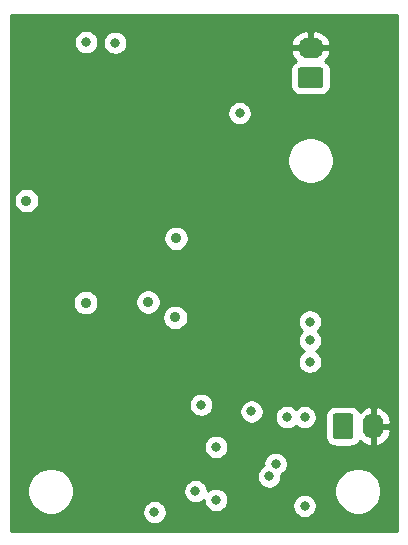
<source format=gbr>
%TF.GenerationSoftware,KiCad,Pcbnew,5.1.10-8.fc35*%
%TF.CreationDate,2021-11-18T10:19:23+00:00*%
%TF.ProjectId,cryosub_power_converter_top_v02,6372796f-7375-4625-9f70-6f7765725f63,rev?*%
%TF.SameCoordinates,Original*%
%TF.FileFunction,Copper,L2,Inr*%
%TF.FilePolarity,Positive*%
%FSLAX45Y45*%
G04 Gerber Fmt 4.5, Leading zero omitted, Abs format (unit mm)*
G04 Created by KiCad (PCBNEW 5.1.10-8.fc35) date 2021-11-18 10:19:23*
%MOMM*%
%LPD*%
G01*
G04 APERTURE LIST*
%TA.AperFunction,ComponentPad*%
%ADD10O,1.740000X2.190000*%
%TD*%
%TA.AperFunction,ComponentPad*%
%ADD11O,2.190000X1.740000*%
%TD*%
%TA.AperFunction,ViaPad*%
%ADD12C,0.800000*%
%TD*%
%TA.AperFunction,ViaPad*%
%ADD13C,0.900000*%
%TD*%
%TA.AperFunction,Conductor*%
%ADD14C,0.254000*%
%TD*%
%TA.AperFunction,Conductor*%
%ADD15C,0.100000*%
%TD*%
G04 APERTURE END LIST*
D10*
%TO.N,GND*%
%TO.C,J1*%
X13129000Y-13550000D03*
%TO.N,VDC*%
%TA.AperFunction,ComponentPad*%
G36*
G01*
X12788000Y-13634500D02*
X12788000Y-13465500D01*
G75*
G02*
X12813000Y-13440500I25000J0D01*
G01*
X12937000Y-13440500D01*
G75*
G02*
X12962000Y-13465500I0J-25000D01*
G01*
X12962000Y-13634500D01*
G75*
G02*
X12937000Y-13659500I-25000J0D01*
G01*
X12813000Y-13659500D01*
G75*
G02*
X12788000Y-13634500I0J25000D01*
G01*
G37*
%TD.AperFunction*%
%TD*%
D11*
%TO.N,GND*%
%TO.C,J3*%
X12600000Y-10346000D03*
%TO.N,/p5v_out*%
%TA.AperFunction,ComponentPad*%
G36*
G01*
X12684500Y-10687000D02*
X12515500Y-10687000D01*
G75*
G02*
X12490500Y-10662000I0J25000D01*
G01*
X12490500Y-10538000D01*
G75*
G02*
X12515500Y-10513000I25000J0D01*
G01*
X12684500Y-10513000D01*
G75*
G02*
X12709500Y-10538000I0J-25000D01*
G01*
X12709500Y-10662000D01*
G75*
G02*
X12684500Y-10687000I-25000J0D01*
G01*
G37*
%TD.AperFunction*%
%TD*%
D12*
%TO.N,GND*%
X12595000Y-12285000D03*
X12675000Y-12405000D03*
X12595000Y-12485000D03*
X13095259Y-12437500D03*
X13195000Y-12405000D03*
X13195000Y-12505000D03*
X10700000Y-11300000D03*
X10950000Y-11300000D03*
X11200000Y-11300000D03*
X12350000Y-13275000D03*
X12100000Y-13875000D03*
X12925000Y-11625000D03*
X13125000Y-11625000D03*
X12675000Y-11625000D03*
X13030000Y-12640000D03*
X13070000Y-12950000D03*
D13*
X10200000Y-13800000D03*
X10200000Y-12925000D03*
X10950000Y-12675000D03*
X12025000Y-13000000D03*
X12225000Y-12300000D03*
X10696000Y-11919000D03*
X10950000Y-11910000D03*
X11204000Y-11934000D03*
X11130000Y-12130000D03*
D12*
X11600000Y-13645000D03*
%TO.N,/On When Warm/VD1*%
X12400000Y-13475000D03*
%TO.N,/On When Warm/vs*%
X11800000Y-13725000D03*
X11800000Y-14175000D03*
%TO.N,/On When Warm/vg1*%
X12100000Y-13425000D03*
%TO.N,/thermistor*%
X12250000Y-13975000D03*
%TO.N,/On When Warm/vd2*%
X12305132Y-13870617D03*
%TO.N,VDC*%
X12595000Y-12665000D03*
X12595000Y-12825000D03*
X12595000Y-13005000D03*
X12000000Y-10900000D03*
X11278000Y-14278000D03*
X12550000Y-13475000D03*
X12550000Y-14225000D03*
X11625000Y-14100000D03*
X11674818Y-13368949D03*
%TO.N,/dc_dc/vout*%
X10946000Y-10304000D03*
X10700000Y-10300000D03*
D13*
%TO.N,Net-(PS1-Pad10)*%
X10195000Y-11640000D03*
%TO.N,Net-(PS1-Pad6)*%
X11460000Y-11960000D03*
%TO.N,Net-(C7-Pad1)*%
X10696000Y-12504000D03*
%TO.N,Net-(C8-Pad1)*%
X11225000Y-12500000D03*
X11455000Y-12630000D03*
%TD*%
D14*
%TO.N,GND*%
X13334000Y-14434000D02*
X10066000Y-14434000D01*
X10066000Y-14080449D01*
X10201500Y-14080449D01*
X10201500Y-14119550D01*
X10209128Y-14157900D01*
X10224092Y-14194025D01*
X10245815Y-14226536D01*
X10273464Y-14254185D01*
X10305975Y-14275908D01*
X10342100Y-14290872D01*
X10380450Y-14298500D01*
X10419551Y-14298500D01*
X10457900Y-14290872D01*
X10494025Y-14275908D01*
X10506151Y-14267806D01*
X11174500Y-14267806D01*
X11174500Y-14288194D01*
X11178477Y-14308190D01*
X11186279Y-14327026D01*
X11197606Y-14343977D01*
X11212023Y-14358394D01*
X11228974Y-14369720D01*
X11247810Y-14377523D01*
X11267806Y-14381500D01*
X11288194Y-14381500D01*
X11308190Y-14377523D01*
X11327026Y-14369720D01*
X11343977Y-14358394D01*
X11358394Y-14343977D01*
X11369720Y-14327026D01*
X11377523Y-14308190D01*
X11381500Y-14288194D01*
X11381500Y-14267806D01*
X11377523Y-14247810D01*
X11369720Y-14228974D01*
X11358394Y-14212023D01*
X11343977Y-14197606D01*
X11327026Y-14186279D01*
X11308190Y-14178477D01*
X11288194Y-14174500D01*
X11267806Y-14174500D01*
X11247810Y-14178477D01*
X11228974Y-14186279D01*
X11212023Y-14197606D01*
X11197606Y-14212023D01*
X11186279Y-14228974D01*
X11178477Y-14247810D01*
X11174500Y-14267806D01*
X10506151Y-14267806D01*
X10526536Y-14254185D01*
X10554185Y-14226536D01*
X10575909Y-14194025D01*
X10590872Y-14157900D01*
X10598500Y-14119550D01*
X10598500Y-14089806D01*
X11521500Y-14089806D01*
X11521500Y-14110194D01*
X11525477Y-14130190D01*
X11533279Y-14149026D01*
X11544606Y-14165977D01*
X11559023Y-14180394D01*
X11575974Y-14191720D01*
X11594810Y-14199523D01*
X11614806Y-14203500D01*
X11635194Y-14203500D01*
X11655190Y-14199523D01*
X11674026Y-14191720D01*
X11690977Y-14180394D01*
X11696500Y-14174871D01*
X11696500Y-14185194D01*
X11700477Y-14205190D01*
X11708279Y-14224026D01*
X11719606Y-14240977D01*
X11734023Y-14255394D01*
X11750974Y-14266720D01*
X11769810Y-14274523D01*
X11789806Y-14278500D01*
X11810194Y-14278500D01*
X11830190Y-14274523D01*
X11849026Y-14266720D01*
X11865977Y-14255394D01*
X11880394Y-14240977D01*
X11891720Y-14224026D01*
X11895539Y-14214806D01*
X12446500Y-14214806D01*
X12446500Y-14235194D01*
X12450477Y-14255190D01*
X12458279Y-14274026D01*
X12469606Y-14290977D01*
X12484023Y-14305394D01*
X12500974Y-14316720D01*
X12519810Y-14324523D01*
X12539806Y-14328500D01*
X12560194Y-14328500D01*
X12580190Y-14324523D01*
X12599026Y-14316720D01*
X12615977Y-14305394D01*
X12630394Y-14290977D01*
X12641720Y-14274026D01*
X12649523Y-14255190D01*
X12653500Y-14235194D01*
X12653500Y-14214806D01*
X12649523Y-14194810D01*
X12641720Y-14175974D01*
X12630394Y-14159023D01*
X12615977Y-14144606D01*
X12599026Y-14133279D01*
X12580190Y-14125477D01*
X12560194Y-14121500D01*
X12539806Y-14121500D01*
X12519810Y-14125477D01*
X12500974Y-14133279D01*
X12484023Y-14144606D01*
X12469606Y-14159023D01*
X12458279Y-14175974D01*
X12450477Y-14194810D01*
X12446500Y-14214806D01*
X11895539Y-14214806D01*
X11899523Y-14205190D01*
X11903500Y-14185194D01*
X11903500Y-14164806D01*
X11899523Y-14144810D01*
X11891720Y-14125974D01*
X11880394Y-14109023D01*
X11865977Y-14094606D01*
X11849026Y-14083279D01*
X11842193Y-14080449D01*
X12801500Y-14080449D01*
X12801500Y-14119550D01*
X12809128Y-14157900D01*
X12824091Y-14194025D01*
X12845815Y-14226536D01*
X12873464Y-14254185D01*
X12905975Y-14275908D01*
X12942100Y-14290872D01*
X12980449Y-14298500D01*
X13019550Y-14298500D01*
X13057900Y-14290872D01*
X13094025Y-14275908D01*
X13126536Y-14254185D01*
X13154185Y-14226536D01*
X13175908Y-14194025D01*
X13190872Y-14157900D01*
X13198500Y-14119550D01*
X13198500Y-14080449D01*
X13190872Y-14042100D01*
X13175908Y-14005975D01*
X13154185Y-13973464D01*
X13126536Y-13945815D01*
X13094025Y-13924091D01*
X13057900Y-13909128D01*
X13019550Y-13901500D01*
X12980449Y-13901500D01*
X12942100Y-13909128D01*
X12905975Y-13924091D01*
X12873464Y-13945815D01*
X12845815Y-13973464D01*
X12824091Y-14005975D01*
X12809128Y-14042100D01*
X12801500Y-14080449D01*
X11842193Y-14080449D01*
X11830190Y-14075477D01*
X11810194Y-14071500D01*
X11789806Y-14071500D01*
X11769810Y-14075477D01*
X11750974Y-14083279D01*
X11734023Y-14094606D01*
X11728500Y-14100129D01*
X11728500Y-14089806D01*
X11724523Y-14069810D01*
X11716720Y-14050974D01*
X11705394Y-14034023D01*
X11690977Y-14019606D01*
X11674026Y-14008279D01*
X11655190Y-14000477D01*
X11635194Y-13996500D01*
X11614806Y-13996500D01*
X11594810Y-14000477D01*
X11575974Y-14008279D01*
X11559023Y-14019606D01*
X11544606Y-14034023D01*
X11533279Y-14050974D01*
X11525477Y-14069810D01*
X11521500Y-14089806D01*
X10598500Y-14089806D01*
X10598500Y-14080449D01*
X10590872Y-14042100D01*
X10575909Y-14005975D01*
X10554185Y-13973464D01*
X10545528Y-13964806D01*
X12146500Y-13964806D01*
X12146500Y-13985194D01*
X12150477Y-14005190D01*
X12158279Y-14024026D01*
X12169606Y-14040977D01*
X12184023Y-14055394D01*
X12200974Y-14066720D01*
X12219810Y-14074523D01*
X12239806Y-14078500D01*
X12260194Y-14078500D01*
X12280190Y-14074523D01*
X12299026Y-14066720D01*
X12315977Y-14055394D01*
X12330394Y-14040977D01*
X12341720Y-14024026D01*
X12349523Y-14005190D01*
X12353500Y-13985194D01*
X12353500Y-13964806D01*
X12353096Y-13962777D01*
X12354157Y-13962338D01*
X12371109Y-13951011D01*
X12385525Y-13936595D01*
X12396852Y-13919643D01*
X12404654Y-13900807D01*
X12408632Y-13880811D01*
X12408632Y-13860424D01*
X12404654Y-13840428D01*
X12396852Y-13821592D01*
X12385525Y-13804640D01*
X12371109Y-13790224D01*
X12354157Y-13778897D01*
X12335322Y-13771095D01*
X12315326Y-13767117D01*
X12294938Y-13767117D01*
X12274942Y-13771095D01*
X12256106Y-13778897D01*
X12239154Y-13790224D01*
X12224738Y-13804640D01*
X12213411Y-13821592D01*
X12205609Y-13840428D01*
X12201632Y-13860424D01*
X12201632Y-13880811D01*
X12202035Y-13882840D01*
X12200974Y-13883279D01*
X12184023Y-13894606D01*
X12169606Y-13909023D01*
X12158279Y-13925974D01*
X12150477Y-13944810D01*
X12146500Y-13964806D01*
X10545528Y-13964806D01*
X10526536Y-13945815D01*
X10494025Y-13924091D01*
X10457900Y-13909128D01*
X10419551Y-13901500D01*
X10380450Y-13901500D01*
X10342100Y-13909128D01*
X10305975Y-13924091D01*
X10273464Y-13945815D01*
X10245815Y-13973464D01*
X10224092Y-14005975D01*
X10209128Y-14042100D01*
X10201500Y-14080449D01*
X10066000Y-14080449D01*
X10066000Y-13714806D01*
X11696500Y-13714806D01*
X11696500Y-13735194D01*
X11700477Y-13755190D01*
X11708279Y-13774026D01*
X11719606Y-13790977D01*
X11734023Y-13805394D01*
X11750974Y-13816720D01*
X11769810Y-13824523D01*
X11789806Y-13828500D01*
X11810194Y-13828500D01*
X11830190Y-13824523D01*
X11849026Y-13816720D01*
X11865977Y-13805394D01*
X11880394Y-13790977D01*
X11891720Y-13774026D01*
X11899523Y-13755190D01*
X11903500Y-13735194D01*
X11903500Y-13714806D01*
X11899523Y-13694810D01*
X11891720Y-13675974D01*
X11880394Y-13659023D01*
X11865977Y-13644606D01*
X11849026Y-13633279D01*
X11830190Y-13625477D01*
X11810194Y-13621500D01*
X11789806Y-13621500D01*
X11769810Y-13625477D01*
X11750974Y-13633279D01*
X11734023Y-13644606D01*
X11719606Y-13659023D01*
X11708279Y-13675974D01*
X11700477Y-13694810D01*
X11696500Y-13714806D01*
X10066000Y-13714806D01*
X10066000Y-13358755D01*
X11571318Y-13358755D01*
X11571318Y-13379143D01*
X11575295Y-13399138D01*
X11583097Y-13417974D01*
X11594424Y-13434926D01*
X11608840Y-13449342D01*
X11625792Y-13460669D01*
X11644628Y-13468471D01*
X11664624Y-13472449D01*
X11685012Y-13472449D01*
X11705008Y-13468471D01*
X11723843Y-13460669D01*
X11740795Y-13449342D01*
X11755212Y-13434926D01*
X11766538Y-13417974D01*
X11767851Y-13414806D01*
X11996500Y-13414806D01*
X11996500Y-13435194D01*
X12000477Y-13455190D01*
X12008279Y-13474026D01*
X12019606Y-13490977D01*
X12034023Y-13505394D01*
X12050974Y-13516720D01*
X12069810Y-13524523D01*
X12089806Y-13528500D01*
X12110194Y-13528500D01*
X12130190Y-13524523D01*
X12149026Y-13516720D01*
X12165977Y-13505394D01*
X12180394Y-13490977D01*
X12191720Y-13474026D01*
X12195539Y-13464806D01*
X12296500Y-13464806D01*
X12296500Y-13485194D01*
X12300477Y-13505190D01*
X12308279Y-13524026D01*
X12319606Y-13540977D01*
X12334023Y-13555394D01*
X12350974Y-13566720D01*
X12369810Y-13574523D01*
X12389806Y-13578500D01*
X12410194Y-13578500D01*
X12430190Y-13574523D01*
X12449026Y-13566720D01*
X12465977Y-13555394D01*
X12475000Y-13546371D01*
X12484023Y-13555394D01*
X12500974Y-13566720D01*
X12519810Y-13574523D01*
X12539806Y-13578500D01*
X12560194Y-13578500D01*
X12580190Y-13574523D01*
X12599026Y-13566720D01*
X12615977Y-13555394D01*
X12630394Y-13540977D01*
X12641720Y-13524026D01*
X12649523Y-13505190D01*
X12653500Y-13485194D01*
X12653500Y-13465500D01*
X12724193Y-13465500D01*
X12724193Y-13634500D01*
X12725899Y-13651825D01*
X12730953Y-13668485D01*
X12739159Y-13683839D01*
X12750204Y-13697296D01*
X12763661Y-13708340D01*
X12779015Y-13716547D01*
X12795674Y-13721601D01*
X12813000Y-13723307D01*
X12937000Y-13723307D01*
X12954325Y-13721601D01*
X12970985Y-13716547D01*
X12986339Y-13708340D01*
X12999796Y-13697296D01*
X13010840Y-13683839D01*
X13016665Y-13672941D01*
X13032367Y-13688831D01*
X13056919Y-13705447D01*
X13084241Y-13716955D01*
X13092997Y-13718630D01*
X13116300Y-13706525D01*
X13116300Y-13562700D01*
X13141700Y-13562700D01*
X13141700Y-13706525D01*
X13165003Y-13718630D01*
X13173759Y-13716955D01*
X13201081Y-13705447D01*
X13225633Y-13688831D01*
X13246471Y-13667743D01*
X13262795Y-13642996D01*
X13273977Y-13615539D01*
X13279588Y-13586429D01*
X13264038Y-13562700D01*
X13141700Y-13562700D01*
X13116300Y-13562700D01*
X13114300Y-13562700D01*
X13114300Y-13537300D01*
X13116300Y-13537300D01*
X13116300Y-13393475D01*
X13141700Y-13393475D01*
X13141700Y-13537300D01*
X13264038Y-13537300D01*
X13279588Y-13513571D01*
X13273977Y-13484461D01*
X13262795Y-13457004D01*
X13246471Y-13432257D01*
X13225633Y-13411169D01*
X13201081Y-13394553D01*
X13173759Y-13383045D01*
X13165003Y-13381370D01*
X13141700Y-13393475D01*
X13116300Y-13393475D01*
X13092997Y-13381370D01*
X13084241Y-13383045D01*
X13056919Y-13394553D01*
X13032367Y-13411169D01*
X13016665Y-13427059D01*
X13010840Y-13416161D01*
X12999796Y-13402704D01*
X12986339Y-13391659D01*
X12970985Y-13383453D01*
X12954325Y-13378399D01*
X12937000Y-13376693D01*
X12813000Y-13376693D01*
X12795674Y-13378399D01*
X12779015Y-13383453D01*
X12763661Y-13391659D01*
X12750204Y-13402704D01*
X12739159Y-13416161D01*
X12730953Y-13431515D01*
X12725899Y-13448174D01*
X12724193Y-13465500D01*
X12653500Y-13465500D01*
X12653500Y-13464806D01*
X12649523Y-13444810D01*
X12641720Y-13425974D01*
X12630394Y-13409023D01*
X12615977Y-13394606D01*
X12599026Y-13383279D01*
X12580190Y-13375477D01*
X12560194Y-13371500D01*
X12539806Y-13371500D01*
X12519810Y-13375477D01*
X12500974Y-13383279D01*
X12484023Y-13394606D01*
X12475000Y-13403629D01*
X12465977Y-13394606D01*
X12449026Y-13383279D01*
X12430190Y-13375477D01*
X12410194Y-13371500D01*
X12389806Y-13371500D01*
X12369810Y-13375477D01*
X12350974Y-13383279D01*
X12334023Y-13394606D01*
X12319606Y-13409023D01*
X12308279Y-13425974D01*
X12300477Y-13444810D01*
X12296500Y-13464806D01*
X12195539Y-13464806D01*
X12199523Y-13455190D01*
X12203500Y-13435194D01*
X12203500Y-13414806D01*
X12199523Y-13394810D01*
X12191720Y-13375974D01*
X12180394Y-13359023D01*
X12165977Y-13344606D01*
X12149026Y-13333279D01*
X12130190Y-13325477D01*
X12110194Y-13321500D01*
X12089806Y-13321500D01*
X12069810Y-13325477D01*
X12050974Y-13333279D01*
X12034023Y-13344606D01*
X12019606Y-13359023D01*
X12008279Y-13375974D01*
X12000477Y-13394810D01*
X11996500Y-13414806D01*
X11767851Y-13414806D01*
X11774340Y-13399138D01*
X11778318Y-13379143D01*
X11778318Y-13358755D01*
X11774340Y-13338759D01*
X11766538Y-13319923D01*
X11755212Y-13302971D01*
X11740795Y-13288555D01*
X11723843Y-13277228D01*
X11705008Y-13269426D01*
X11685012Y-13265449D01*
X11664624Y-13265449D01*
X11644628Y-13269426D01*
X11625792Y-13277228D01*
X11608840Y-13288555D01*
X11594424Y-13302971D01*
X11583097Y-13319923D01*
X11575295Y-13338759D01*
X11571318Y-13358755D01*
X10066000Y-13358755D01*
X10066000Y-12619314D01*
X11346500Y-12619314D01*
X11346500Y-12640686D01*
X11350670Y-12661648D01*
X11358848Y-12681394D01*
X11370722Y-12699165D01*
X11385835Y-12714277D01*
X11403606Y-12726151D01*
X11423352Y-12734330D01*
X11444314Y-12738500D01*
X11465686Y-12738500D01*
X11486648Y-12734330D01*
X11506394Y-12726151D01*
X11524165Y-12714277D01*
X11539277Y-12699165D01*
X11551151Y-12681394D01*
X11559330Y-12661648D01*
X11560691Y-12654806D01*
X12491500Y-12654806D01*
X12491500Y-12675194D01*
X12495477Y-12695190D01*
X12503279Y-12714026D01*
X12514606Y-12730977D01*
X12528629Y-12745000D01*
X12514606Y-12759023D01*
X12503279Y-12775974D01*
X12495477Y-12794810D01*
X12491500Y-12814806D01*
X12491500Y-12835194D01*
X12495477Y-12855190D01*
X12503279Y-12874026D01*
X12514606Y-12890977D01*
X12529023Y-12905394D01*
X12543399Y-12915000D01*
X12529023Y-12924606D01*
X12514606Y-12939023D01*
X12503279Y-12955974D01*
X12495477Y-12974810D01*
X12491500Y-12994806D01*
X12491500Y-13015194D01*
X12495477Y-13035190D01*
X12503279Y-13054026D01*
X12514606Y-13070977D01*
X12529023Y-13085394D01*
X12545974Y-13096720D01*
X12564810Y-13104523D01*
X12584806Y-13108500D01*
X12605194Y-13108500D01*
X12625190Y-13104523D01*
X12644026Y-13096720D01*
X12660977Y-13085394D01*
X12675394Y-13070977D01*
X12686720Y-13054026D01*
X12694523Y-13035190D01*
X12698500Y-13015194D01*
X12698500Y-12994806D01*
X12694523Y-12974810D01*
X12686720Y-12955974D01*
X12675394Y-12939023D01*
X12660977Y-12924606D01*
X12646600Y-12915000D01*
X12660977Y-12905394D01*
X12675394Y-12890977D01*
X12686720Y-12874026D01*
X12694523Y-12855190D01*
X12698500Y-12835194D01*
X12698500Y-12814806D01*
X12694523Y-12794810D01*
X12686720Y-12775974D01*
X12675394Y-12759023D01*
X12661371Y-12745000D01*
X12675394Y-12730977D01*
X12686720Y-12714026D01*
X12694523Y-12695190D01*
X12698500Y-12675194D01*
X12698500Y-12654806D01*
X12694523Y-12634810D01*
X12686720Y-12615974D01*
X12675394Y-12599023D01*
X12660977Y-12584606D01*
X12644026Y-12573279D01*
X12625190Y-12565477D01*
X12605194Y-12561500D01*
X12584806Y-12561500D01*
X12564810Y-12565477D01*
X12545974Y-12573279D01*
X12529023Y-12584606D01*
X12514606Y-12599023D01*
X12503279Y-12615974D01*
X12495477Y-12634810D01*
X12491500Y-12654806D01*
X11560691Y-12654806D01*
X11563500Y-12640686D01*
X11563500Y-12619314D01*
X11559330Y-12598352D01*
X11551151Y-12578606D01*
X11539277Y-12560835D01*
X11524165Y-12545722D01*
X11506394Y-12533848D01*
X11486648Y-12525670D01*
X11465686Y-12521500D01*
X11444314Y-12521500D01*
X11423352Y-12525670D01*
X11403606Y-12533848D01*
X11385835Y-12545722D01*
X11370722Y-12560835D01*
X11358848Y-12578606D01*
X11350670Y-12598352D01*
X11346500Y-12619314D01*
X10066000Y-12619314D01*
X10066000Y-12493314D01*
X10587500Y-12493314D01*
X10587500Y-12514686D01*
X10591670Y-12535648D01*
X10599849Y-12555394D01*
X10611723Y-12573165D01*
X10626835Y-12588277D01*
X10644606Y-12600151D01*
X10664352Y-12608330D01*
X10685314Y-12612500D01*
X10706686Y-12612500D01*
X10727648Y-12608330D01*
X10747394Y-12600151D01*
X10765165Y-12588277D01*
X10780278Y-12573165D01*
X10792152Y-12555394D01*
X10800330Y-12535648D01*
X10804500Y-12514686D01*
X10804500Y-12493314D01*
X10803704Y-12489314D01*
X11116500Y-12489314D01*
X11116500Y-12510686D01*
X11120670Y-12531648D01*
X11128849Y-12551394D01*
X11140723Y-12569165D01*
X11155835Y-12584277D01*
X11173606Y-12596151D01*
X11193352Y-12604330D01*
X11214314Y-12608500D01*
X11235686Y-12608500D01*
X11256648Y-12604330D01*
X11276394Y-12596151D01*
X11294165Y-12584277D01*
X11309277Y-12569165D01*
X11321151Y-12551394D01*
X11329330Y-12531648D01*
X11333500Y-12510686D01*
X11333500Y-12489314D01*
X11329330Y-12468352D01*
X11321151Y-12448606D01*
X11309277Y-12430835D01*
X11294165Y-12415722D01*
X11276394Y-12403848D01*
X11256648Y-12395670D01*
X11235686Y-12391500D01*
X11214314Y-12391500D01*
X11193352Y-12395670D01*
X11173606Y-12403848D01*
X11155835Y-12415722D01*
X11140723Y-12430835D01*
X11128849Y-12448606D01*
X11120670Y-12468352D01*
X11116500Y-12489314D01*
X10803704Y-12489314D01*
X10800330Y-12472352D01*
X10792152Y-12452606D01*
X10780278Y-12434835D01*
X10765165Y-12419722D01*
X10747394Y-12407848D01*
X10727648Y-12399670D01*
X10706686Y-12395500D01*
X10685314Y-12395500D01*
X10664352Y-12399670D01*
X10644606Y-12407848D01*
X10626835Y-12419722D01*
X10611723Y-12434835D01*
X10599849Y-12452606D01*
X10591670Y-12472352D01*
X10587500Y-12493314D01*
X10066000Y-12493314D01*
X10066000Y-11949314D01*
X11351500Y-11949314D01*
X11351500Y-11970686D01*
X11355670Y-11991648D01*
X11363848Y-12011394D01*
X11375722Y-12029165D01*
X11390835Y-12044277D01*
X11408606Y-12056151D01*
X11428352Y-12064330D01*
X11449314Y-12068500D01*
X11470686Y-12068500D01*
X11491648Y-12064330D01*
X11511394Y-12056151D01*
X11529165Y-12044277D01*
X11544277Y-12029165D01*
X11556151Y-12011394D01*
X11564330Y-11991648D01*
X11568500Y-11970686D01*
X11568500Y-11949314D01*
X11564330Y-11928352D01*
X11556151Y-11908606D01*
X11544277Y-11890835D01*
X11529165Y-11875722D01*
X11511394Y-11863848D01*
X11491648Y-11855670D01*
X11470686Y-11851500D01*
X11449314Y-11851500D01*
X11428352Y-11855670D01*
X11408606Y-11863848D01*
X11390835Y-11875722D01*
X11375722Y-11890835D01*
X11363848Y-11908606D01*
X11355670Y-11928352D01*
X11351500Y-11949314D01*
X10066000Y-11949314D01*
X10066000Y-11629314D01*
X10086500Y-11629314D01*
X10086500Y-11650686D01*
X10090670Y-11671648D01*
X10098849Y-11691394D01*
X10110723Y-11709165D01*
X10125835Y-11724277D01*
X10143606Y-11736151D01*
X10163352Y-11744330D01*
X10184314Y-11748500D01*
X10205686Y-11748500D01*
X10226648Y-11744330D01*
X10246394Y-11736151D01*
X10264165Y-11724277D01*
X10279278Y-11709165D01*
X10291152Y-11691394D01*
X10299330Y-11671648D01*
X10303500Y-11650686D01*
X10303500Y-11629314D01*
X10299330Y-11608352D01*
X10291152Y-11588606D01*
X10279278Y-11570835D01*
X10264165Y-11555722D01*
X10246394Y-11543848D01*
X10226648Y-11535670D01*
X10205686Y-11531500D01*
X10184314Y-11531500D01*
X10163352Y-11535670D01*
X10143606Y-11543848D01*
X10125835Y-11555722D01*
X10110723Y-11570835D01*
X10098849Y-11588606D01*
X10090670Y-11608352D01*
X10086500Y-11629314D01*
X10066000Y-11629314D01*
X10066000Y-11280449D01*
X12401500Y-11280449D01*
X12401500Y-11319550D01*
X12409128Y-11357900D01*
X12424091Y-11394025D01*
X12445815Y-11426536D01*
X12473464Y-11454185D01*
X12505975Y-11475908D01*
X12542100Y-11490872D01*
X12580449Y-11498500D01*
X12619550Y-11498500D01*
X12657900Y-11490872D01*
X12694025Y-11475908D01*
X12726536Y-11454185D01*
X12754185Y-11426536D01*
X12775908Y-11394025D01*
X12790872Y-11357900D01*
X12798500Y-11319550D01*
X12798500Y-11280449D01*
X12790872Y-11242100D01*
X12775908Y-11205975D01*
X12754185Y-11173464D01*
X12726536Y-11145815D01*
X12694025Y-11124092D01*
X12657900Y-11109128D01*
X12619550Y-11101500D01*
X12580449Y-11101500D01*
X12542100Y-11109128D01*
X12505975Y-11124092D01*
X12473464Y-11145815D01*
X12445815Y-11173464D01*
X12424091Y-11205975D01*
X12409128Y-11242100D01*
X12401500Y-11280449D01*
X10066000Y-11280449D01*
X10066000Y-10889806D01*
X11896500Y-10889806D01*
X11896500Y-10910194D01*
X11900477Y-10930190D01*
X11908279Y-10949026D01*
X11919606Y-10965977D01*
X11934023Y-10980394D01*
X11950974Y-10991721D01*
X11969810Y-10999523D01*
X11989806Y-11003500D01*
X12010194Y-11003500D01*
X12030190Y-10999523D01*
X12049026Y-10991721D01*
X12065977Y-10980394D01*
X12080394Y-10965977D01*
X12091720Y-10949026D01*
X12099523Y-10930190D01*
X12103500Y-10910194D01*
X12103500Y-10889806D01*
X12099523Y-10869810D01*
X12091720Y-10850974D01*
X12080394Y-10834023D01*
X12065977Y-10819606D01*
X12049026Y-10808280D01*
X12030190Y-10800477D01*
X12010194Y-10796500D01*
X11989806Y-10796500D01*
X11969810Y-10800477D01*
X11950974Y-10808280D01*
X11934023Y-10819606D01*
X11919606Y-10834023D01*
X11908279Y-10850974D01*
X11900477Y-10869810D01*
X11896500Y-10889806D01*
X10066000Y-10889806D01*
X10066000Y-10538000D01*
X12426693Y-10538000D01*
X12426693Y-10662000D01*
X12428399Y-10679326D01*
X12433453Y-10695985D01*
X12441659Y-10711339D01*
X12452704Y-10724796D01*
X12466161Y-10735841D01*
X12481515Y-10744047D01*
X12498174Y-10749101D01*
X12515500Y-10750807D01*
X12684500Y-10750807D01*
X12701825Y-10749101D01*
X12718485Y-10744047D01*
X12733839Y-10735841D01*
X12747296Y-10724796D01*
X12758340Y-10711339D01*
X12766547Y-10695985D01*
X12771601Y-10679326D01*
X12773307Y-10662000D01*
X12773307Y-10538000D01*
X12771601Y-10520675D01*
X12766547Y-10504015D01*
X12758340Y-10488661D01*
X12747296Y-10475204D01*
X12733839Y-10464160D01*
X12722941Y-10458335D01*
X12738831Y-10442633D01*
X12755447Y-10418081D01*
X12766955Y-10390759D01*
X12768630Y-10382003D01*
X12756525Y-10358700D01*
X12612700Y-10358700D01*
X12612700Y-10360700D01*
X12587300Y-10360700D01*
X12587300Y-10358700D01*
X12443475Y-10358700D01*
X12431370Y-10382003D01*
X12433045Y-10390759D01*
X12444553Y-10418081D01*
X12461169Y-10442633D01*
X12477059Y-10458335D01*
X12466161Y-10464160D01*
X12452704Y-10475204D01*
X12441659Y-10488661D01*
X12433453Y-10504015D01*
X12428399Y-10520675D01*
X12426693Y-10538000D01*
X10066000Y-10538000D01*
X10066000Y-10289806D01*
X10596500Y-10289806D01*
X10596500Y-10310194D01*
X10600477Y-10330190D01*
X10608280Y-10349026D01*
X10619606Y-10365977D01*
X10634023Y-10380394D01*
X10650974Y-10391721D01*
X10669810Y-10399523D01*
X10689806Y-10403500D01*
X10710194Y-10403500D01*
X10730190Y-10399523D01*
X10749026Y-10391721D01*
X10765977Y-10380394D01*
X10780394Y-10365977D01*
X10791721Y-10349026D01*
X10799523Y-10330190D01*
X10803500Y-10310194D01*
X10803500Y-10293806D01*
X10842500Y-10293806D01*
X10842500Y-10314194D01*
X10846477Y-10334190D01*
X10854280Y-10353026D01*
X10865606Y-10369977D01*
X10880023Y-10384394D01*
X10896974Y-10395721D01*
X10915810Y-10403523D01*
X10935806Y-10407500D01*
X10956194Y-10407500D01*
X10976190Y-10403523D01*
X10995026Y-10395721D01*
X11011977Y-10384394D01*
X11026394Y-10369977D01*
X11037721Y-10353026D01*
X11045523Y-10334190D01*
X11049500Y-10314194D01*
X11049500Y-10309997D01*
X12431370Y-10309997D01*
X12443475Y-10333300D01*
X12587300Y-10333300D01*
X12587300Y-10210962D01*
X12612700Y-10210962D01*
X12612700Y-10333300D01*
X12756525Y-10333300D01*
X12768630Y-10309997D01*
X12766955Y-10301241D01*
X12755447Y-10273919D01*
X12738831Y-10249367D01*
X12717743Y-10228529D01*
X12692996Y-10212205D01*
X12665539Y-10201023D01*
X12636429Y-10195412D01*
X12612700Y-10210962D01*
X12587300Y-10210962D01*
X12563571Y-10195412D01*
X12534461Y-10201023D01*
X12507004Y-10212205D01*
X12482257Y-10228529D01*
X12461169Y-10249367D01*
X12444553Y-10273919D01*
X12433045Y-10301241D01*
X12431370Y-10309997D01*
X11049500Y-10309997D01*
X11049500Y-10293806D01*
X11045523Y-10273810D01*
X11037721Y-10254974D01*
X11026394Y-10238023D01*
X11011977Y-10223606D01*
X10995026Y-10212280D01*
X10976190Y-10204477D01*
X10956194Y-10200500D01*
X10935806Y-10200500D01*
X10915810Y-10204477D01*
X10896974Y-10212280D01*
X10880023Y-10223606D01*
X10865606Y-10238023D01*
X10854280Y-10254974D01*
X10846477Y-10273810D01*
X10842500Y-10293806D01*
X10803500Y-10293806D01*
X10803500Y-10289806D01*
X10799523Y-10269810D01*
X10791721Y-10250974D01*
X10780394Y-10234023D01*
X10765977Y-10219606D01*
X10749026Y-10208280D01*
X10730190Y-10200477D01*
X10710194Y-10196500D01*
X10689806Y-10196500D01*
X10669810Y-10200477D01*
X10650974Y-10208280D01*
X10634023Y-10219606D01*
X10619606Y-10234023D01*
X10608280Y-10250974D01*
X10600477Y-10269810D01*
X10596500Y-10289806D01*
X10066000Y-10289806D01*
X10066000Y-10066000D01*
X13334000Y-10066000D01*
X13334000Y-14434000D01*
%TA.AperFunction,Conductor*%
D15*
G36*
X13334000Y-14434000D02*
G01*
X10066000Y-14434000D01*
X10066000Y-14080449D01*
X10201500Y-14080449D01*
X10201500Y-14119550D01*
X10209128Y-14157900D01*
X10224092Y-14194025D01*
X10245815Y-14226536D01*
X10273464Y-14254185D01*
X10305975Y-14275908D01*
X10342100Y-14290872D01*
X10380450Y-14298500D01*
X10419551Y-14298500D01*
X10457900Y-14290872D01*
X10494025Y-14275908D01*
X10506151Y-14267806D01*
X11174500Y-14267806D01*
X11174500Y-14288194D01*
X11178477Y-14308190D01*
X11186279Y-14327026D01*
X11197606Y-14343977D01*
X11212023Y-14358394D01*
X11228974Y-14369720D01*
X11247810Y-14377523D01*
X11267806Y-14381500D01*
X11288194Y-14381500D01*
X11308190Y-14377523D01*
X11327026Y-14369720D01*
X11343977Y-14358394D01*
X11358394Y-14343977D01*
X11369720Y-14327026D01*
X11377523Y-14308190D01*
X11381500Y-14288194D01*
X11381500Y-14267806D01*
X11377523Y-14247810D01*
X11369720Y-14228974D01*
X11358394Y-14212023D01*
X11343977Y-14197606D01*
X11327026Y-14186279D01*
X11308190Y-14178477D01*
X11288194Y-14174500D01*
X11267806Y-14174500D01*
X11247810Y-14178477D01*
X11228974Y-14186279D01*
X11212023Y-14197606D01*
X11197606Y-14212023D01*
X11186279Y-14228974D01*
X11178477Y-14247810D01*
X11174500Y-14267806D01*
X10506151Y-14267806D01*
X10526536Y-14254185D01*
X10554185Y-14226536D01*
X10575909Y-14194025D01*
X10590872Y-14157900D01*
X10598500Y-14119550D01*
X10598500Y-14089806D01*
X11521500Y-14089806D01*
X11521500Y-14110194D01*
X11525477Y-14130190D01*
X11533279Y-14149026D01*
X11544606Y-14165977D01*
X11559023Y-14180394D01*
X11575974Y-14191720D01*
X11594810Y-14199523D01*
X11614806Y-14203500D01*
X11635194Y-14203500D01*
X11655190Y-14199523D01*
X11674026Y-14191720D01*
X11690977Y-14180394D01*
X11696500Y-14174871D01*
X11696500Y-14185194D01*
X11700477Y-14205190D01*
X11708279Y-14224026D01*
X11719606Y-14240977D01*
X11734023Y-14255394D01*
X11750974Y-14266720D01*
X11769810Y-14274523D01*
X11789806Y-14278500D01*
X11810194Y-14278500D01*
X11830190Y-14274523D01*
X11849026Y-14266720D01*
X11865977Y-14255394D01*
X11880394Y-14240977D01*
X11891720Y-14224026D01*
X11895539Y-14214806D01*
X12446500Y-14214806D01*
X12446500Y-14235194D01*
X12450477Y-14255190D01*
X12458279Y-14274026D01*
X12469606Y-14290977D01*
X12484023Y-14305394D01*
X12500974Y-14316720D01*
X12519810Y-14324523D01*
X12539806Y-14328500D01*
X12560194Y-14328500D01*
X12580190Y-14324523D01*
X12599026Y-14316720D01*
X12615977Y-14305394D01*
X12630394Y-14290977D01*
X12641720Y-14274026D01*
X12649523Y-14255190D01*
X12653500Y-14235194D01*
X12653500Y-14214806D01*
X12649523Y-14194810D01*
X12641720Y-14175974D01*
X12630394Y-14159023D01*
X12615977Y-14144606D01*
X12599026Y-14133279D01*
X12580190Y-14125477D01*
X12560194Y-14121500D01*
X12539806Y-14121500D01*
X12519810Y-14125477D01*
X12500974Y-14133279D01*
X12484023Y-14144606D01*
X12469606Y-14159023D01*
X12458279Y-14175974D01*
X12450477Y-14194810D01*
X12446500Y-14214806D01*
X11895539Y-14214806D01*
X11899523Y-14205190D01*
X11903500Y-14185194D01*
X11903500Y-14164806D01*
X11899523Y-14144810D01*
X11891720Y-14125974D01*
X11880394Y-14109023D01*
X11865977Y-14094606D01*
X11849026Y-14083279D01*
X11842193Y-14080449D01*
X12801500Y-14080449D01*
X12801500Y-14119550D01*
X12809128Y-14157900D01*
X12824091Y-14194025D01*
X12845815Y-14226536D01*
X12873464Y-14254185D01*
X12905975Y-14275908D01*
X12942100Y-14290872D01*
X12980449Y-14298500D01*
X13019550Y-14298500D01*
X13057900Y-14290872D01*
X13094025Y-14275908D01*
X13126536Y-14254185D01*
X13154185Y-14226536D01*
X13175908Y-14194025D01*
X13190872Y-14157900D01*
X13198500Y-14119550D01*
X13198500Y-14080449D01*
X13190872Y-14042100D01*
X13175908Y-14005975D01*
X13154185Y-13973464D01*
X13126536Y-13945815D01*
X13094025Y-13924091D01*
X13057900Y-13909128D01*
X13019550Y-13901500D01*
X12980449Y-13901500D01*
X12942100Y-13909128D01*
X12905975Y-13924091D01*
X12873464Y-13945815D01*
X12845815Y-13973464D01*
X12824091Y-14005975D01*
X12809128Y-14042100D01*
X12801500Y-14080449D01*
X11842193Y-14080449D01*
X11830190Y-14075477D01*
X11810194Y-14071500D01*
X11789806Y-14071500D01*
X11769810Y-14075477D01*
X11750974Y-14083279D01*
X11734023Y-14094606D01*
X11728500Y-14100129D01*
X11728500Y-14089806D01*
X11724523Y-14069810D01*
X11716720Y-14050974D01*
X11705394Y-14034023D01*
X11690977Y-14019606D01*
X11674026Y-14008279D01*
X11655190Y-14000477D01*
X11635194Y-13996500D01*
X11614806Y-13996500D01*
X11594810Y-14000477D01*
X11575974Y-14008279D01*
X11559023Y-14019606D01*
X11544606Y-14034023D01*
X11533279Y-14050974D01*
X11525477Y-14069810D01*
X11521500Y-14089806D01*
X10598500Y-14089806D01*
X10598500Y-14080449D01*
X10590872Y-14042100D01*
X10575909Y-14005975D01*
X10554185Y-13973464D01*
X10545528Y-13964806D01*
X12146500Y-13964806D01*
X12146500Y-13985194D01*
X12150477Y-14005190D01*
X12158279Y-14024026D01*
X12169606Y-14040977D01*
X12184023Y-14055394D01*
X12200974Y-14066720D01*
X12219810Y-14074523D01*
X12239806Y-14078500D01*
X12260194Y-14078500D01*
X12280190Y-14074523D01*
X12299026Y-14066720D01*
X12315977Y-14055394D01*
X12330394Y-14040977D01*
X12341720Y-14024026D01*
X12349523Y-14005190D01*
X12353500Y-13985194D01*
X12353500Y-13964806D01*
X12353096Y-13962777D01*
X12354157Y-13962338D01*
X12371109Y-13951011D01*
X12385525Y-13936595D01*
X12396852Y-13919643D01*
X12404654Y-13900807D01*
X12408632Y-13880811D01*
X12408632Y-13860424D01*
X12404654Y-13840428D01*
X12396852Y-13821592D01*
X12385525Y-13804640D01*
X12371109Y-13790224D01*
X12354157Y-13778897D01*
X12335322Y-13771095D01*
X12315326Y-13767117D01*
X12294938Y-13767117D01*
X12274942Y-13771095D01*
X12256106Y-13778897D01*
X12239154Y-13790224D01*
X12224738Y-13804640D01*
X12213411Y-13821592D01*
X12205609Y-13840428D01*
X12201632Y-13860424D01*
X12201632Y-13880811D01*
X12202035Y-13882840D01*
X12200974Y-13883279D01*
X12184023Y-13894606D01*
X12169606Y-13909023D01*
X12158279Y-13925974D01*
X12150477Y-13944810D01*
X12146500Y-13964806D01*
X10545528Y-13964806D01*
X10526536Y-13945815D01*
X10494025Y-13924091D01*
X10457900Y-13909128D01*
X10419551Y-13901500D01*
X10380450Y-13901500D01*
X10342100Y-13909128D01*
X10305975Y-13924091D01*
X10273464Y-13945815D01*
X10245815Y-13973464D01*
X10224092Y-14005975D01*
X10209128Y-14042100D01*
X10201500Y-14080449D01*
X10066000Y-14080449D01*
X10066000Y-13714806D01*
X11696500Y-13714806D01*
X11696500Y-13735194D01*
X11700477Y-13755190D01*
X11708279Y-13774026D01*
X11719606Y-13790977D01*
X11734023Y-13805394D01*
X11750974Y-13816720D01*
X11769810Y-13824523D01*
X11789806Y-13828500D01*
X11810194Y-13828500D01*
X11830190Y-13824523D01*
X11849026Y-13816720D01*
X11865977Y-13805394D01*
X11880394Y-13790977D01*
X11891720Y-13774026D01*
X11899523Y-13755190D01*
X11903500Y-13735194D01*
X11903500Y-13714806D01*
X11899523Y-13694810D01*
X11891720Y-13675974D01*
X11880394Y-13659023D01*
X11865977Y-13644606D01*
X11849026Y-13633279D01*
X11830190Y-13625477D01*
X11810194Y-13621500D01*
X11789806Y-13621500D01*
X11769810Y-13625477D01*
X11750974Y-13633279D01*
X11734023Y-13644606D01*
X11719606Y-13659023D01*
X11708279Y-13675974D01*
X11700477Y-13694810D01*
X11696500Y-13714806D01*
X10066000Y-13714806D01*
X10066000Y-13358755D01*
X11571318Y-13358755D01*
X11571318Y-13379143D01*
X11575295Y-13399138D01*
X11583097Y-13417974D01*
X11594424Y-13434926D01*
X11608840Y-13449342D01*
X11625792Y-13460669D01*
X11644628Y-13468471D01*
X11664624Y-13472449D01*
X11685012Y-13472449D01*
X11705008Y-13468471D01*
X11723843Y-13460669D01*
X11740795Y-13449342D01*
X11755212Y-13434926D01*
X11766538Y-13417974D01*
X11767851Y-13414806D01*
X11996500Y-13414806D01*
X11996500Y-13435194D01*
X12000477Y-13455190D01*
X12008279Y-13474026D01*
X12019606Y-13490977D01*
X12034023Y-13505394D01*
X12050974Y-13516720D01*
X12069810Y-13524523D01*
X12089806Y-13528500D01*
X12110194Y-13528500D01*
X12130190Y-13524523D01*
X12149026Y-13516720D01*
X12165977Y-13505394D01*
X12180394Y-13490977D01*
X12191720Y-13474026D01*
X12195539Y-13464806D01*
X12296500Y-13464806D01*
X12296500Y-13485194D01*
X12300477Y-13505190D01*
X12308279Y-13524026D01*
X12319606Y-13540977D01*
X12334023Y-13555394D01*
X12350974Y-13566720D01*
X12369810Y-13574523D01*
X12389806Y-13578500D01*
X12410194Y-13578500D01*
X12430190Y-13574523D01*
X12449026Y-13566720D01*
X12465977Y-13555394D01*
X12475000Y-13546371D01*
X12484023Y-13555394D01*
X12500974Y-13566720D01*
X12519810Y-13574523D01*
X12539806Y-13578500D01*
X12560194Y-13578500D01*
X12580190Y-13574523D01*
X12599026Y-13566720D01*
X12615977Y-13555394D01*
X12630394Y-13540977D01*
X12641720Y-13524026D01*
X12649523Y-13505190D01*
X12653500Y-13485194D01*
X12653500Y-13465500D01*
X12724193Y-13465500D01*
X12724193Y-13634500D01*
X12725899Y-13651825D01*
X12730953Y-13668485D01*
X12739159Y-13683839D01*
X12750204Y-13697296D01*
X12763661Y-13708340D01*
X12779015Y-13716547D01*
X12795674Y-13721601D01*
X12813000Y-13723307D01*
X12937000Y-13723307D01*
X12954325Y-13721601D01*
X12970985Y-13716547D01*
X12986339Y-13708340D01*
X12999796Y-13697296D01*
X13010840Y-13683839D01*
X13016665Y-13672941D01*
X13032367Y-13688831D01*
X13056919Y-13705447D01*
X13084241Y-13716955D01*
X13092997Y-13718630D01*
X13116300Y-13706525D01*
X13116300Y-13562700D01*
X13141700Y-13562700D01*
X13141700Y-13706525D01*
X13165003Y-13718630D01*
X13173759Y-13716955D01*
X13201081Y-13705447D01*
X13225633Y-13688831D01*
X13246471Y-13667743D01*
X13262795Y-13642996D01*
X13273977Y-13615539D01*
X13279588Y-13586429D01*
X13264038Y-13562700D01*
X13141700Y-13562700D01*
X13116300Y-13562700D01*
X13114300Y-13562700D01*
X13114300Y-13537300D01*
X13116300Y-13537300D01*
X13116300Y-13393475D01*
X13141700Y-13393475D01*
X13141700Y-13537300D01*
X13264038Y-13537300D01*
X13279588Y-13513571D01*
X13273977Y-13484461D01*
X13262795Y-13457004D01*
X13246471Y-13432257D01*
X13225633Y-13411169D01*
X13201081Y-13394553D01*
X13173759Y-13383045D01*
X13165003Y-13381370D01*
X13141700Y-13393475D01*
X13116300Y-13393475D01*
X13092997Y-13381370D01*
X13084241Y-13383045D01*
X13056919Y-13394553D01*
X13032367Y-13411169D01*
X13016665Y-13427059D01*
X13010840Y-13416161D01*
X12999796Y-13402704D01*
X12986339Y-13391659D01*
X12970985Y-13383453D01*
X12954325Y-13378399D01*
X12937000Y-13376693D01*
X12813000Y-13376693D01*
X12795674Y-13378399D01*
X12779015Y-13383453D01*
X12763661Y-13391659D01*
X12750204Y-13402704D01*
X12739159Y-13416161D01*
X12730953Y-13431515D01*
X12725899Y-13448174D01*
X12724193Y-13465500D01*
X12653500Y-13465500D01*
X12653500Y-13464806D01*
X12649523Y-13444810D01*
X12641720Y-13425974D01*
X12630394Y-13409023D01*
X12615977Y-13394606D01*
X12599026Y-13383279D01*
X12580190Y-13375477D01*
X12560194Y-13371500D01*
X12539806Y-13371500D01*
X12519810Y-13375477D01*
X12500974Y-13383279D01*
X12484023Y-13394606D01*
X12475000Y-13403629D01*
X12465977Y-13394606D01*
X12449026Y-13383279D01*
X12430190Y-13375477D01*
X12410194Y-13371500D01*
X12389806Y-13371500D01*
X12369810Y-13375477D01*
X12350974Y-13383279D01*
X12334023Y-13394606D01*
X12319606Y-13409023D01*
X12308279Y-13425974D01*
X12300477Y-13444810D01*
X12296500Y-13464806D01*
X12195539Y-13464806D01*
X12199523Y-13455190D01*
X12203500Y-13435194D01*
X12203500Y-13414806D01*
X12199523Y-13394810D01*
X12191720Y-13375974D01*
X12180394Y-13359023D01*
X12165977Y-13344606D01*
X12149026Y-13333279D01*
X12130190Y-13325477D01*
X12110194Y-13321500D01*
X12089806Y-13321500D01*
X12069810Y-13325477D01*
X12050974Y-13333279D01*
X12034023Y-13344606D01*
X12019606Y-13359023D01*
X12008279Y-13375974D01*
X12000477Y-13394810D01*
X11996500Y-13414806D01*
X11767851Y-13414806D01*
X11774340Y-13399138D01*
X11778318Y-13379143D01*
X11778318Y-13358755D01*
X11774340Y-13338759D01*
X11766538Y-13319923D01*
X11755212Y-13302971D01*
X11740795Y-13288555D01*
X11723843Y-13277228D01*
X11705008Y-13269426D01*
X11685012Y-13265449D01*
X11664624Y-13265449D01*
X11644628Y-13269426D01*
X11625792Y-13277228D01*
X11608840Y-13288555D01*
X11594424Y-13302971D01*
X11583097Y-13319923D01*
X11575295Y-13338759D01*
X11571318Y-13358755D01*
X10066000Y-13358755D01*
X10066000Y-12619314D01*
X11346500Y-12619314D01*
X11346500Y-12640686D01*
X11350670Y-12661648D01*
X11358848Y-12681394D01*
X11370722Y-12699165D01*
X11385835Y-12714277D01*
X11403606Y-12726151D01*
X11423352Y-12734330D01*
X11444314Y-12738500D01*
X11465686Y-12738500D01*
X11486648Y-12734330D01*
X11506394Y-12726151D01*
X11524165Y-12714277D01*
X11539277Y-12699165D01*
X11551151Y-12681394D01*
X11559330Y-12661648D01*
X11560691Y-12654806D01*
X12491500Y-12654806D01*
X12491500Y-12675194D01*
X12495477Y-12695190D01*
X12503279Y-12714026D01*
X12514606Y-12730977D01*
X12528629Y-12745000D01*
X12514606Y-12759023D01*
X12503279Y-12775974D01*
X12495477Y-12794810D01*
X12491500Y-12814806D01*
X12491500Y-12835194D01*
X12495477Y-12855190D01*
X12503279Y-12874026D01*
X12514606Y-12890977D01*
X12529023Y-12905394D01*
X12543399Y-12915000D01*
X12529023Y-12924606D01*
X12514606Y-12939023D01*
X12503279Y-12955974D01*
X12495477Y-12974810D01*
X12491500Y-12994806D01*
X12491500Y-13015194D01*
X12495477Y-13035190D01*
X12503279Y-13054026D01*
X12514606Y-13070977D01*
X12529023Y-13085394D01*
X12545974Y-13096720D01*
X12564810Y-13104523D01*
X12584806Y-13108500D01*
X12605194Y-13108500D01*
X12625190Y-13104523D01*
X12644026Y-13096720D01*
X12660977Y-13085394D01*
X12675394Y-13070977D01*
X12686720Y-13054026D01*
X12694523Y-13035190D01*
X12698500Y-13015194D01*
X12698500Y-12994806D01*
X12694523Y-12974810D01*
X12686720Y-12955974D01*
X12675394Y-12939023D01*
X12660977Y-12924606D01*
X12646600Y-12915000D01*
X12660977Y-12905394D01*
X12675394Y-12890977D01*
X12686720Y-12874026D01*
X12694523Y-12855190D01*
X12698500Y-12835194D01*
X12698500Y-12814806D01*
X12694523Y-12794810D01*
X12686720Y-12775974D01*
X12675394Y-12759023D01*
X12661371Y-12745000D01*
X12675394Y-12730977D01*
X12686720Y-12714026D01*
X12694523Y-12695190D01*
X12698500Y-12675194D01*
X12698500Y-12654806D01*
X12694523Y-12634810D01*
X12686720Y-12615974D01*
X12675394Y-12599023D01*
X12660977Y-12584606D01*
X12644026Y-12573279D01*
X12625190Y-12565477D01*
X12605194Y-12561500D01*
X12584806Y-12561500D01*
X12564810Y-12565477D01*
X12545974Y-12573279D01*
X12529023Y-12584606D01*
X12514606Y-12599023D01*
X12503279Y-12615974D01*
X12495477Y-12634810D01*
X12491500Y-12654806D01*
X11560691Y-12654806D01*
X11563500Y-12640686D01*
X11563500Y-12619314D01*
X11559330Y-12598352D01*
X11551151Y-12578606D01*
X11539277Y-12560835D01*
X11524165Y-12545722D01*
X11506394Y-12533848D01*
X11486648Y-12525670D01*
X11465686Y-12521500D01*
X11444314Y-12521500D01*
X11423352Y-12525670D01*
X11403606Y-12533848D01*
X11385835Y-12545722D01*
X11370722Y-12560835D01*
X11358848Y-12578606D01*
X11350670Y-12598352D01*
X11346500Y-12619314D01*
X10066000Y-12619314D01*
X10066000Y-12493314D01*
X10587500Y-12493314D01*
X10587500Y-12514686D01*
X10591670Y-12535648D01*
X10599849Y-12555394D01*
X10611723Y-12573165D01*
X10626835Y-12588277D01*
X10644606Y-12600151D01*
X10664352Y-12608330D01*
X10685314Y-12612500D01*
X10706686Y-12612500D01*
X10727648Y-12608330D01*
X10747394Y-12600151D01*
X10765165Y-12588277D01*
X10780278Y-12573165D01*
X10792152Y-12555394D01*
X10800330Y-12535648D01*
X10804500Y-12514686D01*
X10804500Y-12493314D01*
X10803704Y-12489314D01*
X11116500Y-12489314D01*
X11116500Y-12510686D01*
X11120670Y-12531648D01*
X11128849Y-12551394D01*
X11140723Y-12569165D01*
X11155835Y-12584277D01*
X11173606Y-12596151D01*
X11193352Y-12604330D01*
X11214314Y-12608500D01*
X11235686Y-12608500D01*
X11256648Y-12604330D01*
X11276394Y-12596151D01*
X11294165Y-12584277D01*
X11309277Y-12569165D01*
X11321151Y-12551394D01*
X11329330Y-12531648D01*
X11333500Y-12510686D01*
X11333500Y-12489314D01*
X11329330Y-12468352D01*
X11321151Y-12448606D01*
X11309277Y-12430835D01*
X11294165Y-12415722D01*
X11276394Y-12403848D01*
X11256648Y-12395670D01*
X11235686Y-12391500D01*
X11214314Y-12391500D01*
X11193352Y-12395670D01*
X11173606Y-12403848D01*
X11155835Y-12415722D01*
X11140723Y-12430835D01*
X11128849Y-12448606D01*
X11120670Y-12468352D01*
X11116500Y-12489314D01*
X10803704Y-12489314D01*
X10800330Y-12472352D01*
X10792152Y-12452606D01*
X10780278Y-12434835D01*
X10765165Y-12419722D01*
X10747394Y-12407848D01*
X10727648Y-12399670D01*
X10706686Y-12395500D01*
X10685314Y-12395500D01*
X10664352Y-12399670D01*
X10644606Y-12407848D01*
X10626835Y-12419722D01*
X10611723Y-12434835D01*
X10599849Y-12452606D01*
X10591670Y-12472352D01*
X10587500Y-12493314D01*
X10066000Y-12493314D01*
X10066000Y-11949314D01*
X11351500Y-11949314D01*
X11351500Y-11970686D01*
X11355670Y-11991648D01*
X11363848Y-12011394D01*
X11375722Y-12029165D01*
X11390835Y-12044277D01*
X11408606Y-12056151D01*
X11428352Y-12064330D01*
X11449314Y-12068500D01*
X11470686Y-12068500D01*
X11491648Y-12064330D01*
X11511394Y-12056151D01*
X11529165Y-12044277D01*
X11544277Y-12029165D01*
X11556151Y-12011394D01*
X11564330Y-11991648D01*
X11568500Y-11970686D01*
X11568500Y-11949314D01*
X11564330Y-11928352D01*
X11556151Y-11908606D01*
X11544277Y-11890835D01*
X11529165Y-11875722D01*
X11511394Y-11863848D01*
X11491648Y-11855670D01*
X11470686Y-11851500D01*
X11449314Y-11851500D01*
X11428352Y-11855670D01*
X11408606Y-11863848D01*
X11390835Y-11875722D01*
X11375722Y-11890835D01*
X11363848Y-11908606D01*
X11355670Y-11928352D01*
X11351500Y-11949314D01*
X10066000Y-11949314D01*
X10066000Y-11629314D01*
X10086500Y-11629314D01*
X10086500Y-11650686D01*
X10090670Y-11671648D01*
X10098849Y-11691394D01*
X10110723Y-11709165D01*
X10125835Y-11724277D01*
X10143606Y-11736151D01*
X10163352Y-11744330D01*
X10184314Y-11748500D01*
X10205686Y-11748500D01*
X10226648Y-11744330D01*
X10246394Y-11736151D01*
X10264165Y-11724277D01*
X10279278Y-11709165D01*
X10291152Y-11691394D01*
X10299330Y-11671648D01*
X10303500Y-11650686D01*
X10303500Y-11629314D01*
X10299330Y-11608352D01*
X10291152Y-11588606D01*
X10279278Y-11570835D01*
X10264165Y-11555722D01*
X10246394Y-11543848D01*
X10226648Y-11535670D01*
X10205686Y-11531500D01*
X10184314Y-11531500D01*
X10163352Y-11535670D01*
X10143606Y-11543848D01*
X10125835Y-11555722D01*
X10110723Y-11570835D01*
X10098849Y-11588606D01*
X10090670Y-11608352D01*
X10086500Y-11629314D01*
X10066000Y-11629314D01*
X10066000Y-11280449D01*
X12401500Y-11280449D01*
X12401500Y-11319550D01*
X12409128Y-11357900D01*
X12424091Y-11394025D01*
X12445815Y-11426536D01*
X12473464Y-11454185D01*
X12505975Y-11475908D01*
X12542100Y-11490872D01*
X12580449Y-11498500D01*
X12619550Y-11498500D01*
X12657900Y-11490872D01*
X12694025Y-11475908D01*
X12726536Y-11454185D01*
X12754185Y-11426536D01*
X12775908Y-11394025D01*
X12790872Y-11357900D01*
X12798500Y-11319550D01*
X12798500Y-11280449D01*
X12790872Y-11242100D01*
X12775908Y-11205975D01*
X12754185Y-11173464D01*
X12726536Y-11145815D01*
X12694025Y-11124092D01*
X12657900Y-11109128D01*
X12619550Y-11101500D01*
X12580449Y-11101500D01*
X12542100Y-11109128D01*
X12505975Y-11124092D01*
X12473464Y-11145815D01*
X12445815Y-11173464D01*
X12424091Y-11205975D01*
X12409128Y-11242100D01*
X12401500Y-11280449D01*
X10066000Y-11280449D01*
X10066000Y-10889806D01*
X11896500Y-10889806D01*
X11896500Y-10910194D01*
X11900477Y-10930190D01*
X11908279Y-10949026D01*
X11919606Y-10965977D01*
X11934023Y-10980394D01*
X11950974Y-10991721D01*
X11969810Y-10999523D01*
X11989806Y-11003500D01*
X12010194Y-11003500D01*
X12030190Y-10999523D01*
X12049026Y-10991721D01*
X12065977Y-10980394D01*
X12080394Y-10965977D01*
X12091720Y-10949026D01*
X12099523Y-10930190D01*
X12103500Y-10910194D01*
X12103500Y-10889806D01*
X12099523Y-10869810D01*
X12091720Y-10850974D01*
X12080394Y-10834023D01*
X12065977Y-10819606D01*
X12049026Y-10808280D01*
X12030190Y-10800477D01*
X12010194Y-10796500D01*
X11989806Y-10796500D01*
X11969810Y-10800477D01*
X11950974Y-10808280D01*
X11934023Y-10819606D01*
X11919606Y-10834023D01*
X11908279Y-10850974D01*
X11900477Y-10869810D01*
X11896500Y-10889806D01*
X10066000Y-10889806D01*
X10066000Y-10538000D01*
X12426693Y-10538000D01*
X12426693Y-10662000D01*
X12428399Y-10679326D01*
X12433453Y-10695985D01*
X12441659Y-10711339D01*
X12452704Y-10724796D01*
X12466161Y-10735841D01*
X12481515Y-10744047D01*
X12498174Y-10749101D01*
X12515500Y-10750807D01*
X12684500Y-10750807D01*
X12701825Y-10749101D01*
X12718485Y-10744047D01*
X12733839Y-10735841D01*
X12747296Y-10724796D01*
X12758340Y-10711339D01*
X12766547Y-10695985D01*
X12771601Y-10679326D01*
X12773307Y-10662000D01*
X12773307Y-10538000D01*
X12771601Y-10520675D01*
X12766547Y-10504015D01*
X12758340Y-10488661D01*
X12747296Y-10475204D01*
X12733839Y-10464160D01*
X12722941Y-10458335D01*
X12738831Y-10442633D01*
X12755447Y-10418081D01*
X12766955Y-10390759D01*
X12768630Y-10382003D01*
X12756525Y-10358700D01*
X12612700Y-10358700D01*
X12612700Y-10360700D01*
X12587300Y-10360700D01*
X12587300Y-10358700D01*
X12443475Y-10358700D01*
X12431370Y-10382003D01*
X12433045Y-10390759D01*
X12444553Y-10418081D01*
X12461169Y-10442633D01*
X12477059Y-10458335D01*
X12466161Y-10464160D01*
X12452704Y-10475204D01*
X12441659Y-10488661D01*
X12433453Y-10504015D01*
X12428399Y-10520675D01*
X12426693Y-10538000D01*
X10066000Y-10538000D01*
X10066000Y-10289806D01*
X10596500Y-10289806D01*
X10596500Y-10310194D01*
X10600477Y-10330190D01*
X10608280Y-10349026D01*
X10619606Y-10365977D01*
X10634023Y-10380394D01*
X10650974Y-10391721D01*
X10669810Y-10399523D01*
X10689806Y-10403500D01*
X10710194Y-10403500D01*
X10730190Y-10399523D01*
X10749026Y-10391721D01*
X10765977Y-10380394D01*
X10780394Y-10365977D01*
X10791721Y-10349026D01*
X10799523Y-10330190D01*
X10803500Y-10310194D01*
X10803500Y-10293806D01*
X10842500Y-10293806D01*
X10842500Y-10314194D01*
X10846477Y-10334190D01*
X10854280Y-10353026D01*
X10865606Y-10369977D01*
X10880023Y-10384394D01*
X10896974Y-10395721D01*
X10915810Y-10403523D01*
X10935806Y-10407500D01*
X10956194Y-10407500D01*
X10976190Y-10403523D01*
X10995026Y-10395721D01*
X11011977Y-10384394D01*
X11026394Y-10369977D01*
X11037721Y-10353026D01*
X11045523Y-10334190D01*
X11049500Y-10314194D01*
X11049500Y-10309997D01*
X12431370Y-10309997D01*
X12443475Y-10333300D01*
X12587300Y-10333300D01*
X12587300Y-10210962D01*
X12612700Y-10210962D01*
X12612700Y-10333300D01*
X12756525Y-10333300D01*
X12768630Y-10309997D01*
X12766955Y-10301241D01*
X12755447Y-10273919D01*
X12738831Y-10249367D01*
X12717743Y-10228529D01*
X12692996Y-10212205D01*
X12665539Y-10201023D01*
X12636429Y-10195412D01*
X12612700Y-10210962D01*
X12587300Y-10210962D01*
X12563571Y-10195412D01*
X12534461Y-10201023D01*
X12507004Y-10212205D01*
X12482257Y-10228529D01*
X12461169Y-10249367D01*
X12444553Y-10273919D01*
X12433045Y-10301241D01*
X12431370Y-10309997D01*
X11049500Y-10309997D01*
X11049500Y-10293806D01*
X11045523Y-10273810D01*
X11037721Y-10254974D01*
X11026394Y-10238023D01*
X11011977Y-10223606D01*
X10995026Y-10212280D01*
X10976190Y-10204477D01*
X10956194Y-10200500D01*
X10935806Y-10200500D01*
X10915810Y-10204477D01*
X10896974Y-10212280D01*
X10880023Y-10223606D01*
X10865606Y-10238023D01*
X10854280Y-10254974D01*
X10846477Y-10273810D01*
X10842500Y-10293806D01*
X10803500Y-10293806D01*
X10803500Y-10289806D01*
X10799523Y-10269810D01*
X10791721Y-10250974D01*
X10780394Y-10234023D01*
X10765977Y-10219606D01*
X10749026Y-10208280D01*
X10730190Y-10200477D01*
X10710194Y-10196500D01*
X10689806Y-10196500D01*
X10669810Y-10200477D01*
X10650974Y-10208280D01*
X10634023Y-10219606D01*
X10619606Y-10234023D01*
X10608280Y-10250974D01*
X10600477Y-10269810D01*
X10596500Y-10289806D01*
X10066000Y-10289806D01*
X10066000Y-10066000D01*
X13334000Y-10066000D01*
X13334000Y-14434000D01*
G37*
%TD.AperFunction*%
%TD*%
M02*

</source>
